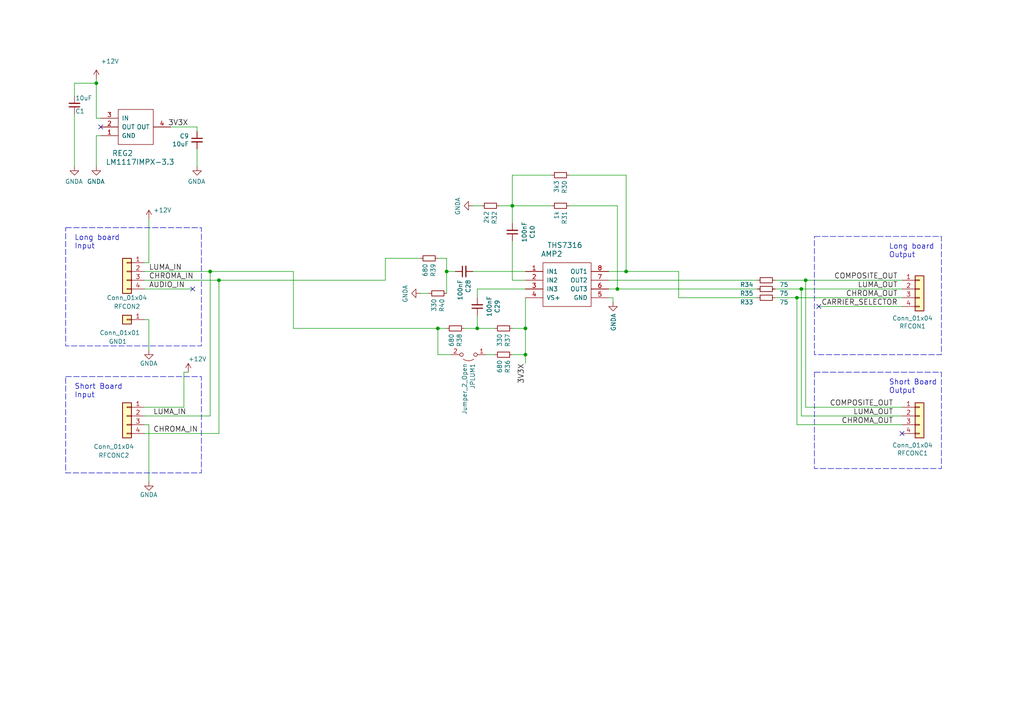
<source format=kicad_sch>
(kicad_sch (version 20230121) (generator eeschema)
  (paper "A4")
  (title_block (title "RF replacement, analog only") (date "2023-05-01") (rev "1") (company "c0pperdragon") (comment 1 "github.com/c0pperdragon/A-VideoBoard") (comment 2 "redrawn schematic"))
  (lib_symbols
    (symbol "Connector_Generic:Conn_01x01" (pin_names (offset 1.016) hide)
      (property "Reference" "J" (at 0 2.54 0))
      (property "Value" "Conn_01x01" (at 0 -2.54 0))
      (symbol "Conn_01x01_1_1"
        (rectangle (start -1.27 0.127) (end 0 -0.127) (stroke (width 0.1524)))
        (rectangle (start -1.27 1.27) (end 1.27 -1.27) (stroke (width 0.254)) (fill (type background)))
        (pin passive line (at -5.08 0 0) (length 3.81) (name "Pin_1") (number "1"))
      )
    )
    (symbol "Connector_Generic:Conn_01x04" (pin_names (offset 1.016) hide)
      (property "Reference" "J" (at 0 5.08 0))
      (property "Value" "Conn_01x04" (at 0 -7.62 0))
      (symbol "Conn_01x04_1_1"
        (rectangle (start -1.27 -4.953) (end 0 -5.207) (stroke (width 0.1524)))
        (rectangle (start -1.27 -2.413) (end 0 -2.667) (stroke (width 0.1524)))
        (rectangle (start -1.27 0.127) (end 0 -0.127) (stroke (width 0.1524)))
        (rectangle (start -1.27 2.667) (end 0 2.413) (stroke (width 0.1524)))
        (rectangle (start -1.27 3.81) (end 1.27 -6.35) (stroke (width 0.254)) (fill (type background)))
        (pin passive line (at -5.08 2.54 0) (length 3.81) (name "Pin_1") (number "1"))
        (pin passive line (at -5.08 0 0) (length 3.81) (name "Pin_2") (number "2"))
        (pin passive line (at -5.08 -2.54 0) (length 3.81) (name "Pin_3") (number "3"))
        (pin passive line (at -5.08 -5.08 0) (length 3.81) (name "Pin_4") (number "4"))
      )
    )
    (symbol "Device:C_Small" (pin_numbers hide) (pin_names (offset 0.254) hide)
      (property "Reference" "C" (at 0.254 1.778 0))
      (property "Value" "C_Small" (at 0.254 -2.032 0))
      (symbol "C_Small_0_1"
        (polyline (pts (xy -1.524 -0.508) (xy 1.524 -0.508)) (stroke (width 0.3302)))
        (polyline (pts (xy -1.524 0.508) (xy 1.524 0.508)) (stroke (width 0.3048)))
      )
      (symbol "C_Small_1_1"
        (pin passive line (at 0 2.54 270) (length 2.032) (name "~") (number "1"))
        (pin passive line (at 0 -2.54 90) (length 2.032) (name "~") (number "2"))
      )
    )
    (symbol "Device:R_Small" (pin_numbers hide) (pin_names (offset 0.254) hide)
      (property "Reference" "R" (at 0.762 0.508 0))
      (property "Value" "R_Small" (at 0.762 -1.016 0))
      (symbol "R_Small_0_1"
        (rectangle (start -0.762 1.778) (end 0.762 -1.778) (stroke (width 0.2032)))
      )
      (symbol "R_Small_1_1"
        (pin passive line (at 0 2.54 270) (length 0.762) (name "~") (number "1"))
        (pin passive line (at 0 -2.54 90) (length 0.762) (name "~") (number "2"))
      )
    )
    (symbol "Jumper:Jumper_2_Open" (pin_names (offset 0) hide)
      (property "Reference" "JP" (at 0 2.794 0))
      (property "Value" "Jumper_2_Open" (at 0 -2.286 0))
      (symbol "Jumper_2_Open_0_0"
        (circle (center -2.032 0) (radius 0.508))
        (circle (center 2.032 0) (radius 0.508))
      )
      (symbol "Jumper_2_Open_0_1"
        (arc (start 1.524 1.27) (mid 0 1.778) (end -1.524 1.27))
      )
      (symbol "Jumper_2_Open_1_1"
        (pin passive line (at -5.08 0 0) (length 2.54) (name "A") (number "1"))
        (pin passive line (at 5.08 0 180) (length 2.54) (name "B") (number "2"))
      )
    )
    (symbol "components:LM1117IMPX-3.3" (pin_names (offset 1.016))
      (property "Reference" "REG" (at -8.89 -1.27 0))
      (property "Value" "LM1117IMPX-3.3" (at -3.81 1.27 0))
      (symbol "LM1117IMPX-3.3_0_1"
        (rectangle (start 0 -3.81) (end -10.16 -13.97))
      )
      (symbol "LM1117IMPX-3.3_1_1"
        (pin power_in line (at -15.24 -6.35 0) (length 5.08) (name "GND") (number "1"))
        (pin power_out line (at -15.24 -8.89 0) (length 5.08) (name "OUT") (number "2"))
        (pin power_in line (at -15.24 -11.43 0) (length 5.08) (name "IN") (number "3"))
        (pin power_out line (at 5.08 -8.89 180) (length 5.08) (name "OUT") (number "4"))
      )
    )
    (symbol "components:THS7316" (pin_names (offset 1.016))
      (property "Reference" "U" (at -3.81 -2.54 0))
      (property "Value" "THS7316" (at 0 0 0))
      (symbol "THS7316_0_1"
        (rectangle (start -6.35 -5.08) (end 7.62 -17.78))
      )
      (symbol "THS7316_1_1"
        (pin input line (at -11.43 -7.62 0) (length 5.08) (name "IN1") (number "1"))
        (pin input line (at -11.43 -10.16 0) (length 5.08) (name "IN2") (number "2"))
        (pin input line (at -11.43 -12.7 0) (length 5.08) (name "IN3") (number "3"))
        (pin power_in line (at -11.43 -15.24 0) (length 5.08) (name "VS+") (number "4"))
        (pin power_in line (at 12.7 -15.24 180) (length 5.08) (name "GND") (number "5"))
        (pin output line (at 12.7 -12.7 180) (length 5.08) (name "OUT3") (number "6"))
        (pin output line (at 12.7 -10.16 180) (length 5.08) (name "OUT2") (number "7"))
        (pin output line (at 12.7 -7.62 180) (length 5.08) (name "OUT1") (number "8"))
      )
    )
    (symbol "power:+12V" (power) (pin_names (offset 0))
      (property "Value" "+12V" (at 0 3.556 0))
      (symbol "+12V_0_1"
        (polyline (pts (xy -0.762 1.27) (xy 0 2.54)))
        (polyline (pts (xy 0 0) (xy 0 2.54)))
        (polyline (pts (xy 0 2.54) (xy 0.762 1.27)))
      )
      (symbol "+12V_1_1"
        (pin power_in line (at 0 0 90) (length 0) hide (name "+12V") (number "1"))
      )
    )
    (symbol "power:GNDA" (power) (pin_names (offset 0))
      (property "Value" "GNDA" (at 0 -3.81 0))
      (symbol "GNDA_0_1"
        (polyline (pts (xy 0 0) (xy 0 -1.27) (xy 1.27 -1.27) (xy 0 -2.54) (xy -1.27 -1.27) (xy 0 -1.27)))
      )
      (symbol "GNDA_1_1"
        (pin power_in line (at 0 0 270) (length 0) hide (name "GNDA") (number "1"))
      )
    )
  )
  (junction (at 60.96 78.74))
  (junction (at 129.54 78.74))
  (junction (at 152.4 95.25))
  (junction (at 148.59 59.69))
  (junction (at 181.61 78.74))
  (junction (at 138.43 95.25))
  (junction (at 152.4 102.87))
  (junction (at 231.14 86.36))
  (junction (at 27.94 24.13))
  (junction (at 127 95.25))
  (junction (at 63.5 81.28))
  (junction (at 233.68 81.28))
  (junction (at 232.41 83.82))
  (junction (at 179.07 83.82))
  (no_connect (at 29.21 36.83))
  (no_connect (at 55.88 83.82))
  (no_connect (at 237.49 88.9))
  (no_connect (at 261.62 125.73))
  (wire (pts (xy 63.5 81.28) (xy 111.76 81.28)))
  (wire (pts (xy 27.94 22.86) (xy 27.94 24.13)))
  (wire (pts (xy 57.15 36.83) (xy 57.15 38.1)))
  (wire (pts (xy 231.14 86.36) (xy 224.79 86.36)))
  (wire (pts (xy 143.51 95.25) (xy 138.43 95.25)))
  (wire (pts (xy 177.8 86.36) (xy 177.8 87.63)))
  (wire (pts (xy 138.43 91.44) (xy 138.43 95.25)))
  (wire (pts (xy 233.68 118.11) (xy 233.68 81.28)))
  (wire (pts (xy 27.94 39.37) (xy 27.94 48.26)))
  (wire (pts (xy 27.94 24.13) (xy 21.59 24.13)))
  (wire (pts (xy 181.61 50.8) (xy 181.61 78.74)))
  (wire (pts (xy 138.43 83.82) (xy 152.4 83.82)))
  (wire (pts (xy 21.59 24.13) (xy 21.59 27.94)))
  (wire (pts (xy 129.54 74.93) (xy 129.54 78.74)))
  (wire (pts (xy 129.54 95.25) (xy 127 95.25)))
  (wire (pts (xy 261.62 83.82) (xy 232.41 83.82)))
  (wire (pts (xy 148.59 50.8) (xy 148.59 59.69)))
  (wire (pts (xy 261.62 86.36) (xy 231.14 86.36)))
  (wire (pts (xy 85.09 95.25) (xy 85.09 78.74)))
  (wire (pts (xy 181.61 50.8) (xy 165.1 50.8)))
  (wire (pts (xy 43.18 123.19) (xy 41.91 123.19)))
  (wire (pts (xy 160.02 50.8) (xy 148.59 50.8)))
  (wire (pts (xy 196.85 78.74) (xy 196.85 86.36)))
  (wire (pts (xy 41.91 120.65) (xy 60.96 120.65)))
  (wire (pts (xy 111.76 74.93) (xy 121.92 74.93)))
  (wire (pts (xy 137.16 78.74) (xy 152.4 78.74)))
  (wire (pts (xy 41.91 125.73) (xy 63.5 125.73)))
  (wire (pts (xy 127 95.25) (xy 85.09 95.25)))
  (wire (pts (xy 144.78 59.69) (xy 148.59 59.69)))
  (wire (pts (xy 27.94 34.29) (xy 29.21 34.29)))
  (wire (pts (xy 111.76 81.28) (xy 111.76 74.93)))
  (wire (pts (xy 60.96 78.74) (xy 85.09 78.74)))
  (wire (pts (xy 127 102.87) (xy 130.81 102.87)))
  (wire (pts (xy 233.68 81.28) (xy 261.62 81.28)))
  (wire (pts (xy 27.94 24.13) (xy 27.94 34.29)))
  (wire (pts (xy 181.61 78.74) (xy 196.85 78.74)))
  (wire (pts (xy 132.08 78.74) (xy 129.54 78.74)))
  (wire (pts (xy 261.62 88.9) (xy 237.49 88.9)))
  (wire (pts (xy 60.96 120.65) (xy 60.96 78.74)))
  (wire (pts (xy 29.21 39.37) (xy 27.94 39.37)))
  (wire (pts (xy 176.53 83.82) (xy 179.07 83.82)))
  (wire (pts (xy 179.07 83.82) (xy 179.07 59.69)))
  (wire (pts (xy 152.4 86.36) (xy 152.4 95.25)))
  (wire (pts (xy 148.59 59.69) (xy 160.02 59.69)))
  (wire (pts (xy 233.68 118.11) (xy 261.62 118.11)))
  (wire (pts (xy 134.62 95.25) (xy 138.43 95.25)))
  (wire (pts (xy 63.5 125.73) (xy 63.5 81.28)))
  (wire (pts (xy 138.43 86.36) (xy 138.43 83.82)))
  (wire (pts (xy 148.59 81.28) (xy 152.4 81.28)))
  (wire (pts (xy 57.15 36.83) (xy 49.53 36.83)))
  (wire (pts (xy 43.18 92.71) (xy 41.91 92.71)))
  (wire (pts (xy 137.16 59.69) (xy 139.7 59.69)))
  (wire (pts (xy 41.91 81.28) (xy 63.5 81.28)))
  (wire (pts (xy 224.79 81.28) (xy 233.68 81.28)))
  (wire (pts (xy 43.18 76.2) (xy 41.91 76.2)))
  (wire (pts (xy 43.18 101.6) (xy 43.18 92.71)))
  (wire (pts (xy 232.41 120.65) (xy 232.41 83.82)))
  (wire (pts (xy 179.07 83.82) (xy 219.71 83.82)))
  (wire (pts (xy 148.59 102.87) (xy 152.4 102.87)))
  (wire (pts (xy 41.91 78.74) (xy 60.96 78.74)))
  (wire (pts (xy 231.14 123.19) (xy 261.62 123.19)))
  (wire (pts (xy 152.4 95.25) (xy 148.59 95.25)))
  (wire (pts (xy 152.4 95.25) (xy 152.4 102.87)))
  (wire (pts (xy 176.53 81.28) (xy 219.71 81.28)))
  (wire (pts (xy 148.59 59.69) (xy 148.59 64.77)))
  (wire (pts (xy 43.18 63.5) (xy 43.18 76.2)))
  (wire (pts (xy 124.46 85.09) (xy 121.92 85.09)))
  (wire (pts (xy 176.53 86.36) (xy 177.8 86.36)))
  (wire (pts (xy 127 95.25) (xy 127 102.87)))
  (wire (pts (xy 179.07 59.69) (xy 165.1 59.69)))
  (wire (pts (xy 232.41 83.82) (xy 224.79 83.82)))
  (wire (pts (xy 232.41 120.65) (xy 261.62 120.65)))
  (wire (pts (xy 143.51 102.87) (xy 140.97 102.87)))
  (wire (pts (xy 41.91 83.82) (xy 55.88 83.82)))
  (wire (pts (xy 181.61 78.74) (xy 176.53 78.74)))
  (wire (pts (xy 57.15 43.18) (xy 57.15 48.26)))
  (wire (pts (xy 148.59 69.85) (xy 148.59 81.28)))
  (wire (pts (xy 53.34 107.95) (xy 53.34 118.11)))
  (wire (pts (xy 53.34 118.11) (xy 41.91 118.11)))
  (wire (pts (xy 231.14 123.19) (xy 231.14 86.36)))
  (wire (pts (xy 129.54 74.93) (xy 127 74.93)))
  (wire (pts (xy 152.4 102.87) (xy 152.4 105.41)))
  (wire (pts (xy 43.18 139.7) (xy 43.18 123.19)))
  (wire (pts (xy 53.34 107.95) (xy 54.61 107.95)))
  (wire (pts (xy 21.59 33.02) (xy 21.59 48.26)))
  (wire (pts (xy 129.54 85.09) (xy 129.54 78.74)))
  (wire (pts (xy 196.85 86.36) (xy 219.71 86.36)))
  (rectangle (start 236.22 107.95) (end 273.05 135.89) (stroke (width 0) (type dash)))
  (rectangle (start 19.05 66.04) (end 58.42 100.33) (stroke (width 0) (type dash)))
  (rectangle (start 236.22 68.58) (end 273.05 102.87) (stroke (width 0) (type dash)))
  (rectangle (start 19.05 109.22) (end 58.42 137.16) (stroke (width 0) (type dash)))
  (text "Short Board\nOutput" (at 257.81 114.3 0) (effects (font (size 1.524 1.524)) (justify left bottom)))
  (text "Short Board\nInput" (at 21.59 115.57 0) (effects (font (size 1.524 1.524)) (justify left bottom)))
  (text "Long board\nInput" (at 21.59 72.39 0) (effects (font (size 1.524 1.524)) (justify left bottom)))
  (text "Long board\nOutput" (at 257.81 74.93 0) (effects (font (size 1.524 1.524)) (justify left bottom)))
  (label "LUMA_IN" (at 43.18 78.74 0) (effects (font (size 1.524 1.524))))
  (label "LUMA_IN" (at 44.45 120.65 0) (effects (font (size 1.524 1.524))))
  (label "CHROMA_OUT" (at 259.08 123.19 180) (effects (font (size 1.524 1.524))))
  (label "AUDIO_IN" (at 43.18 83.82 0) (effects (font (size 1.524 1.524))))
  (label "COMPOSITE_OUT" (at 259.08 118.11 180) (effects (font (size 1.524 1.524))))
  (label "CARRIER_SELECTOR" (at 260.35 88.9 180) (effects (font (size 1.524 1.524))))
  (label "3V3X" (at 152.4 105.41 270) (effects (font (size 1.524 1.524))))
  (label "LUMA_OUT" (at 260.35 83.82 180) (effects (font (size 1.524 1.524))))
  (label "CHROMA_IN" (at 44.45 125.73 0) (effects (font (size 1.524 1.524))))
  (label "CHROMA_IN" (at 43.18 81.28 0) (effects (font (size 1.524 1.524))))
  (label "LUMA_OUT" (at 259.08 120.65 180) (effects (font (size 1.524 1.524))))
  (label "CHROMA_OUT" (at 260.35 86.36 180) (effects (font (size 1.524 1.524))))
  (label "COMPOSITE_OUT" (at 260.35 81.28 180) (effects (font (size 1.524 1.524))))
  (label "3V3X" (at 54.61 36.83 180) (effects (font (size 1.524 1.524))))
  (symbol (lib_id "Device:C_Small") (at 21.59 30.48 0) (mirror x) (unit 1)
    (property "Reference" "C1" (at 21.844 32.258 0) (effects (justify left)))
    (property "Value" "10uF" (at 21.844 28.448 0) (effects (justify left)))
    (property "Footprint" "Capacitor_SMD:C_0805_2012Metric_Pad1.15x1.40mm_HandSolder" (effects hide))
  )
  (symbol (lib_id "Connector_Generic:Conn_01x04") (at 266.7 120.65 0) (unit 1)
    (property "Reference" "RFCONC1" (at 264.668 131.445 0))
    (property "Value" "Conn_01x04" (at 264.668 129.1336 0))
    (property "Footprint" "Connector_PinHeader_2.54mm:PinHeader_1x04_P2.54mm_Vertical" (effects hide))
  )
  (symbol (lib_id "Connector_Generic:Conn_01x04") (at 36.83 120.65 0) (mirror y) (unit 1)
    (property "Reference" "RFCONC2" (at 33.02 132.08 0))
    (property "Value" "Conn_01x04" (at 33.02 129.54 0))
    (property "Footprint" "Connector_PinHeader_2.54mm:PinHeader_1x04_P2.54mm_Vertical" (effects hide))
  )
  (symbol (lib_id "power:+12V") (at 43.18 63.5 0) (unit 1)
    (property "Reference" "#PWR03" (effects hide))
    (property "Value" "+12V" (at 44.45 60.96 0) (effects (justify left)))
  )
  (symbol (lib_id "Connector_Generic:Conn_01x04") (at 266.7 83.82 0) (unit 1)
    (property "Reference" "RFCON1" (at 264.668 94.615 0))
    (property "Value" "Conn_01x04" (at 264.668 92.3036 0))
    (property "Footprint" "Connector_PinHeader_2.54mm:PinHeader_1x04_P2.54mm_Vertical" (effects hide))
  )
  (symbol (lib_id "Connector_Generic:Conn_01x04") (at 36.83 78.74 0) (mirror y) (unit 1)
    (property "Reference" "RFCON2" (at 36.83 88.9 0))
    (property "Value" "Conn_01x04" (at 36.83 86.36 0))
    (property "Footprint" "Connector_PinHeader_2.54mm:PinHeader_1x04_P2.54mm_Vertical" (effects hide))
  )
  (symbol (lib_id "power:GNDA") (at 43.18 139.7 0) (unit 1)
    (property "Reference" "#PWR02" (effects hide))
    (property "Value" "GNDA" (at 45.72 143.51 0) (effects (justify right)))
  )
  (symbol (lib_id "power:+12V") (at 27.94 22.86 0) (unit 1)
    (property "Reference" "#PWR037" (effects hide))
    (property "Value" "+12V" (at 29.21 17.78 0) (effects (justify left)))
  )
  (symbol (lib_id "power:GNDA") (at 43.18 101.6 0) (unit 1)
    (property "Reference" "#PWR0119" (effects hide))
    (property "Value" "GNDA" (at 45.72 105.41 0) (effects (justify right)))
  )
  (symbol (lib_id "power:GNDA") (at 177.8 87.63 0) (unit 1)
    (property "Reference" "#PWR0120" (effects hide))
    (property "Value" "GNDA" (at 177.927 90.8812 90) (effects (justify right)))
  )
  (symbol (lib_id "power:GNDA") (at 137.16 59.69 270) (unit 1)
    (property "Reference" "#PWR0121" (effects hide))
    (property "Value" "GNDA" (at 132.7658 59.817 0))
  )
  (symbol (lib_id "power:GNDA") (at 121.92 85.09 270) (unit 1)
    (property "Reference" "#PWR0122" (effects hide))
    (property "Value" "GNDA" (at 117.5258 85.217 0))
  )
  (symbol (lib_id "power:GNDA") (at 57.15 48.26 0) (mirror y) (unit 1)
    (property "Reference" "#PWR0123" (effects hide))
    (property "Value" "GNDA" (at 57.023 52.6542 0))
  )
  (symbol (lib_id "power:GNDA") (at 27.94 48.26 0) (mirror y) (unit 1)
    (property "Reference" "#PWR0124" (effects hide))
    (property "Value" "GNDA" (at 27.813 52.6542 0))
  )
  (symbol (lib_id "power:GNDA") (at 21.59 48.26 0) (mirror y) (unit 1)
    (property "Reference" "#PWR0125" (effects hide))
    (property "Value" "GNDA" (at 21.463 52.6542 0))
  )
  (symbol (lib_id "Device:R_Small") (at 132.08 95.25 270) (unit 1)
    (property "Reference" "R38" (at 133.2484 96.7486 0) (effects (justify left)))
    (property "Value" "680" (at 130.937 96.7486 0) (effects (justify left)))
    (property "Footprint" "Resistor_SMD:R_0805_2012Metric_Pad1.15x1.40mm_HandSolder" (effects hide))
  )
  (symbol (lib_id "Device:R_Small") (at 146.05 95.25 270) (unit 1)
    (property "Reference" "R37" (at 147.2184 96.7486 0) (effects (justify left)))
    (property "Value" "330" (at 144.907 96.7486 0) (effects (justify left)))
    (property "Footprint" "Resistor_SMD:R_0805_2012Metric_Pad1.15x1.40mm_HandSolder" (effects hide))
  )
  (symbol (lib_id "components:LM1117IMPX-3.3") (at 44.45 45.72 0) (mirror x) (unit 1)
    (property "Reference" "REG2" (at 35.56 44.45 0) (effects (font (size 1.524 1.524))))
    (property "Value" "LM1117IMPX-3.3" (at 40.64 46.99 0) (effects (font (size 1.524 1.524))))
    (property "Footprint" "Package_TO_SOT_SMD:SOT-223" (effects hide))
  )
  (symbol (lib_id "Device:C_Small") (at 57.15 40.64 0) (mirror y) (unit 1)
    (property "Reference" "C9" (at 54.8132 39.4716 0) (effects (justify left)))
    (property "Value" "10uF" (at 54.8132 41.783 0) (effects (justify left)))
    (property "Footprint" "Capacitor_SMD:C_0805_2012Metric_Pad1.15x1.40mm_HandSolder" (effects hide))
  )
  (symbol (lib_id "components:THS7316") (at 163.83 71.12 0) (unit 1)
    (property "Reference" "AMP2" (at 160.02 73.66 0) (effects (font (size 1.524 1.524))))
    (property "Value" "THS7316" (at 163.83 71.12 0) (effects (font (size 1.524 1.524))))
    (property "Footprint" "Package_SO:SSOP-8_3.95x5.21x3.27mm_P1.27mm" (effects hide))
  )
  (symbol (lib_id "Device:R_Small") (at 146.05 102.87 270) (unit 1)
    (property "Reference" "R36" (at 147.2184 104.3686 0) (effects (justify left)))
    (property "Value" "680" (at 144.907 104.3686 0) (effects (justify left)))
    (property "Footprint" "Resistor_SMD:R_0805_2012Metric_Pad1.15x1.40mm_HandSolder" (effects hide))
  )
  (symbol (lib_id "Jumper:Jumper_2_Open") (at 135.89 102.87 180) (unit 1)
    (property "Reference" "JPLUM1" (at 137.0584 105.3592 90) (effects (justify left)))
    (property "Value" "Jumper_2_Open" (at 134.747 105.3592 90) (effects (justify left)))
    (property "Footprint" "Jumper:SolderJumper-2_P1.3mm_Open_RoundedPad1.0x1.5mm" (effects hide))
  )
  (symbol (lib_id "Device:C_Small") (at 138.43 88.9 180) (unit 1)
    (property "Reference" "C29" (at 144.2466 88.9 90))
    (property "Value" "100nF" (at 141.9352 88.9 90))
    (property "Footprint" "Capacitor_SMD:C_0805_2012Metric_Pad1.15x1.40mm_HandSolder" (effects hide))
  )
  (symbol (lib_id "Device:C_Small") (at 134.62 78.74 90) (unit 1)
    (property "Reference" "C28" (at 135.7884 81.0768 0) (effects (justify right)))
    (property "Value" "100nF" (at 133.477 81.0768 0) (effects (justify right)))
    (property "Footprint" "Capacitor_SMD:C_0805_2012Metric_Pad1.15x1.40mm_HandSolder" (effects hide))
  )
  (symbol (lib_id "Device:R_Small") (at 222.25 83.82 270) (unit 1)
    (property "Reference" "R35" (at 214.63 85.09 90) (effects (justify left)))
    (property "Value" "75" (at 226.06 85.09 90) (effects (justify left)))
    (property "Footprint" "Resistor_SMD:R_0805_2012Metric_Pad1.15x1.40mm_HandSolder" (effects hide))
  )
  (symbol (lib_id "Device:R_Small") (at 222.25 81.28 90) (unit 1)
    (property "Reference" "R34" (at 214.63 82.55 90) (effects (justify right)))
    (property "Value" "75" (at 226.06 82.55 90) (effects (justify right)))
    (property "Footprint" "Resistor_SMD:R_0805_2012Metric_Pad1.15x1.40mm_HandSolder" (effects hide))
  )
  (symbol (lib_id "Device:R_Small") (at 222.25 86.36 270) (unit 1)
    (property "Reference" "R33" (at 214.63 87.63 90) (effects (justify left)))
    (property "Value" "75" (at 226.06 87.63 90) (effects (justify left)))
    (property "Footprint" "Resistor_SMD:R_0805_2012Metric_Pad1.15x1.40mm_HandSolder" (effects hide))
  )
  (symbol (lib_id "Device:R_Small") (at 127 85.09 270) (unit 1)
    (property "Reference" "R40" (at 128.1684 86.5886 0) (effects (justify left)))
    (property "Value" "330" (at 125.857 86.5886 0) (effects (justify left)))
    (property "Footprint" "Resistor_SMD:R_0805_2012Metric_Pad1.15x1.40mm_HandSolder" (effects hide))
  )
  (symbol (lib_id "Device:R_Small") (at 124.46 74.93 90) (unit 1)
    (property "Reference" "R39" (at 125.6284 76.4286 0) (effects (justify right)))
    (property "Value" "680" (at 123.317 76.4286 0) (effects (justify right)))
    (property "Footprint" "Resistor_SMD:R_0805_2012Metric_Pad1.15x1.40mm_HandSolder" (effects hide))
  )
  (symbol (lib_id "Device:R_Small") (at 162.56 50.8 90) (unit 1)
    (property "Reference" "R30" (at 163.7284 52.2986 0) (effects (justify right)))
    (property "Value" "3k3" (at 161.417 52.2986 0) (effects (justify right)))
    (property "Footprint" "Resistor_SMD:R_0805_2012Metric_Pad1.15x1.40mm_HandSolder" (effects hide))
  )
  (symbol (lib_id "Device:R_Small") (at 162.56 59.69 270) (unit 1)
    (property "Reference" "R31" (at 163.7284 61.1886 0) (effects (justify left)))
    (property "Value" "1k" (at 161.417 61.1886 0) (effects (justify left)))
    (property "Footprint" "Resistor_SMD:R_0805_2012Metric_Pad1.15x1.40mm_HandSolder" (effects hide))
  )
  (symbol (lib_id "Device:R_Small") (at 142.24 59.69 270) (unit 1)
    (property "Reference" "R32" (at 143.4084 61.1886 0) (effects (justify left)))
    (property "Value" "2k2" (at 141.097 61.1886 0) (effects (justify left)))
    (property "Footprint" "Resistor_SMD:R_0805_2012Metric_Pad1.15x1.40mm_HandSolder" (effects hide))
  )
  (symbol (lib_id "Device:C_Small") (at 148.59 67.31 180) (unit 1)
    (property "Reference" "C10" (at 154.4066 67.31 90))
    (property "Value" "100nF" (at 152.0952 67.31 90))
    (property "Footprint" "Capacitor_SMD:C_0805_2012Metric_Pad1.15x1.40mm_HandSolder" (effects hide))
  )
  (symbol (lib_id "Connector_Generic:Conn_01x01") (at 36.83 92.71 180) (unit 1)
    (property "Reference" "GND1" (at 36.83 99.06 0) (effects (justify left)))
    (property "Value" "Conn_01x01" (at 40.64 96.52 0) (effects (justify left)))
    (property "Footprint" "Connector_PinHeader_2.54mm:PinHeader_1x01_P2.54mm_Vertical" (effects hide))
  )
  (symbol (lib_id "power:+12V") (at 54.61 107.95 0) (unit 1)
    (property "Reference" "#PWR01" (effects hide))
    (property "Value" "+12V" (at 54.61 104.14 0) (effects (justify left)))
  )
)
</source>
